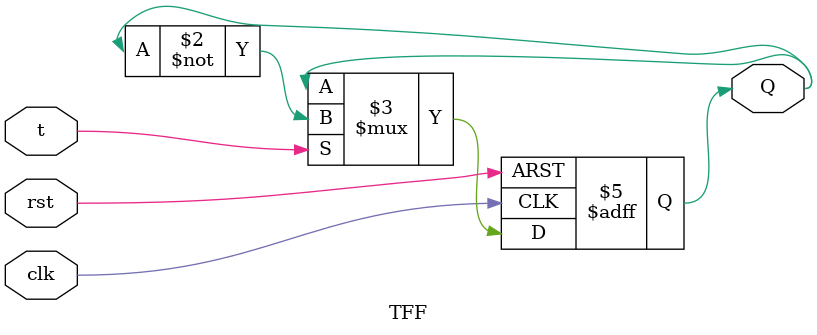
<source format=v>
module decoder(input sclk, rst, stackEmpty, input [7:0]codeWord, output serOut, output reg read, bitValid);
  reg [1:0]ps, ns;
  reg load, cntenb, T;
  wire [7:0]word;
  wire Codezero;
  assign word = codeWord - 32;
  assign codeZero = ~(|word);
  wire zero, Q;
  
  downCounter I(sclk, rst, load, cntenb, word, , zero);
  TFF II(sclk, rst, T, Q);
  
  always @(posedge sclk)
    if (rst)
      ps <= 2'b00;
    else
      ps <= ns;
      
  always @(ps or stackEmpty or zero or codeZero)
  begin
    case (ps)
      2'b00:  ns = stackEmpty ? 2'b00 : 2'b01;
      2'b01:  ns = codeZero ? 2'b00 : 2'b10;
      2'b10:  ns = zero ? 2'b00 : 2'b10;
    endcase
  end  
  
  always @(ps)
  begin
    {load, cntenb, read, T, bitValid} = 5'b00000;
    case (ps)
      2'b01:  {load, T, read} = 3'b111;
      2'b10:  {cntenb, bitValid} = 2'b11;
    endcase
  end 
  assign serOut = ~Q;
endmodule

module downCounter(input clk, rst, lde, c_en, input[7:0] ld, output reg [7:0]count, output zero);
  always @ (posedge clk, posedge rst) begin
      if(rst)
        count <= 8'b11111111;
      else if(lde)
        count <= ld;
      else if(c_en)
        count <= count - 1;
  end
  assign zero = (count == 8'b00000001);
endmodule

module TFF(input clk, rst, t, output reg Q);
    always @ (posedge clk, posedge rst) begin
          if(rst)
              Q <= 1'b0;
          else if(t)
              Q <= ~Q;      
    end
endmodule
</source>
